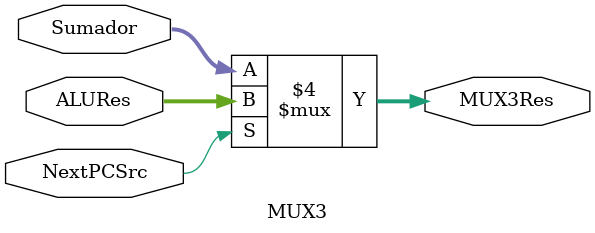
<source format=sv>
module MUX3(
  input logic [31:0] Sumador, //resultado del sumador de 4 bits
  input logic [31:0] ALURes, //resultado de la ALU
  input logic NextPCSrc, //selector, sale del Branch Unit
  output logic [31:0] MUX3Res //resultado del Multiplexor 3
);

  always_comb begin 
    if (NextPCSrc == 0)
      MUX3Res = Sumador;
    else 
      MUX3Res = ALURes; 
  end
endmodule
</source>
